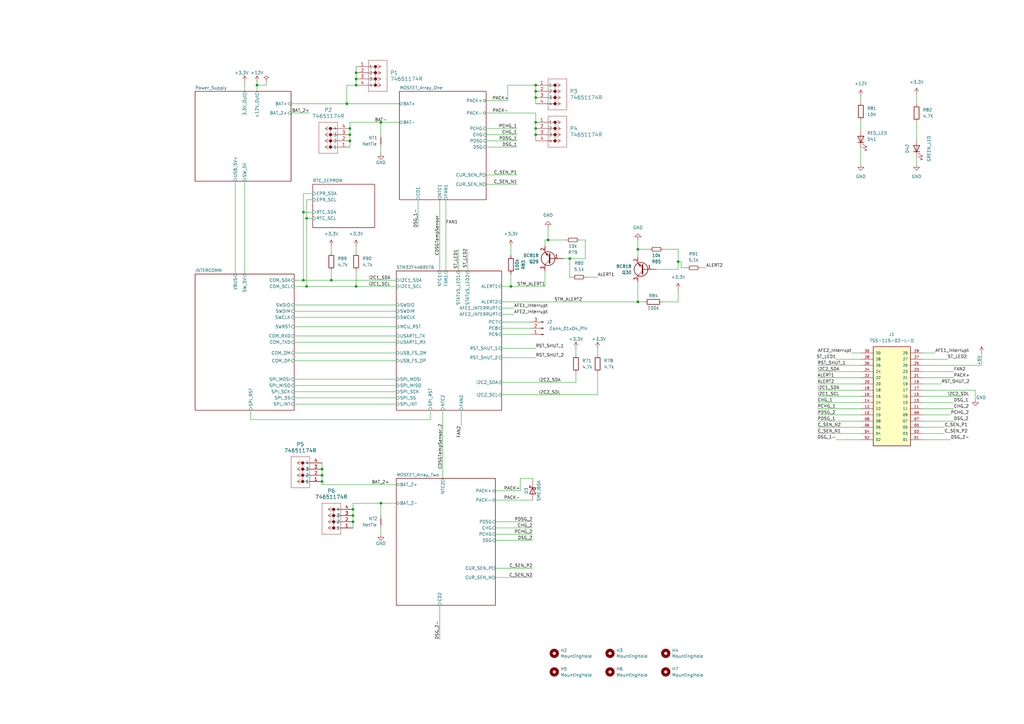
<source format=kicad_sch>
(kicad_sch (version 20231120) (generator "eeschema") (generator_version "8.0")
  (paper "A3")
  (title_block (title "Smart Battery Management System for Mobile Robot") (date "2024-10-17") (rev "V 1.0") (comment 1 "Dual Pack Smart BMS System"))
  (lib_symbols
    (symbol "Connector:Conn_01x03_Pin" (pin_names (offset 1.016) hide)
      (property "Reference" "J" (at 0 5.08 0))
      (property "Value" "Conn_01x03_Pin" (at 0 -5.08 0))
      (symbol "Conn_01x03_Pin_1_1"
        (polyline (pts (xy 1.27 -2.54) (xy 0.8636 -2.54)) (stroke (width 0.1524)))
        (polyline (pts (xy 1.27 0) (xy 0.8636 0)) (stroke (width 0.1524)))
        (polyline (pts (xy 1.27 2.54) (xy 0.8636 2.54)) (stroke (width 0.1524)))
        (rectangle (start 0.8636 -2.413) (end 0 -2.667) (stroke (width 0.1524)) (fill (type outline)))
        (rectangle (start 0.8636 0.127) (end 0 -0.127) (stroke (width 0.1524)) (fill (type outline)))
        (rectangle (start 0.8636 2.667) (end 0 2.413) (stroke (width 0.1524)) (fill (type outline)))
        (pin passive line (at 5.08 2.54 180) (length 3.81) (name "Pin_1") (number "1"))
        (pin passive line (at 5.08 0 180) (length 3.81) (name "Pin_2") (number "2"))
        (pin passive line (at 5.08 -2.54 180) (length 3.81) (name "Pin_3") (number "3"))
      )
    )
    (symbol "Device:D_Schottky" (pin_numbers hide) (pin_names (offset 1.016) hide)
      (property "Reference" "D" (at 0 2.54 0))
      (property "Value" "D_Schottky" (at 0 -2.54 0))
      (symbol "D_Schottky_0_1"
        (polyline (pts (xy 1.27 0) (xy -1.27 0)))
        (polyline (pts (xy 1.27 1.27) (xy 1.27 -1.27) (xy -1.27 0) (xy 1.27 1.27)) (stroke (width 0.254)))
        (polyline (pts (xy -1.905 0.635) (xy -1.905 1.27) (xy -1.27 1.27) (xy -1.27 -1.27) (xy -0.635 -1.27) (xy -0.635 -0.635)) (stroke (width 0.254)))
      )
      (symbol "D_Schottky_1_1"
        (pin passive line (at -3.81 0 0) (length 2.54) (name "K") (number "1"))
        (pin passive line (at 3.81 0 180) (length 2.54) (name "A") (number "2"))
      )
    )
    (symbol "Device:LED" (pin_numbers hide) (pin_names (offset 1.016) hide)
      (property "Reference" "D" (at 0 2.54 0))
      (property "Value" "LED" (at 0 -2.54 0))
      (symbol "LED_0_1"
        (polyline (pts (xy -1.27 -1.27) (xy -1.27 1.27)) (stroke (width 0.254)))
        (polyline (pts (xy -1.27 0) (xy 1.27 0)))
        (polyline (pts (xy 1.27 -1.27) (xy 1.27 1.27) (xy -1.27 0) (xy 1.27 -1.27)) (stroke (width 0.254)))
        (polyline (pts (xy -3.048 -0.762) (xy -4.572 -2.286) (xy -3.81 -2.286) (xy -4.572 -2.286) (xy -4.572 -1.524)))
        (polyline (pts (xy -1.778 -0.762) (xy -3.302 -2.286) (xy -2.54 -2.286) (xy -3.302 -2.286) (xy -3.302 -1.524)))
      )
      (symbol "LED_1_1"
        (pin passive line (at -3.81 0 0) (length 2.54) (name "K") (number "1"))
        (pin passive line (at 3.81 0 180) (length 2.54) (name "A") (number "2"))
      )
    )
    (symbol "Device:NetTie_2" (pin_numbers hide) (pin_names (offset 0) hide) (in_bom no)
      (property "Reference" "NT" (at 0 1.27 0))
      (property "Value" "NetTie_2" (at 0 -1.27 0))
      (symbol "NetTie_2_0_1"
        (polyline (pts (xy -1.27 0) (xy 1.27 0)) (stroke (width 0.254)))
      )
      (symbol "NetTie_2_1_1"
        (pin passive line (at -2.54 0 0) (length 2.54) (name "1") (number "1"))
        (pin passive line (at 2.54 0 180) (length 2.54) (name "2") (number "2"))
      )
    )
    (symbol "Device:R" (pin_numbers hide) (pin_names (offset 0))
      (property "Reference" "R" (at 2.032 0 90))
      (property "Value" "R" (at 0 0 90))
      (symbol "R_0_1"
        (rectangle (start -1.016 -2.54) (end 1.016 2.54) (stroke (width 0.254)))
      )
      (symbol "R_1_1"
        (pin passive line (at 0 3.81 270) (length 1.27) (name "~") (number "1"))
        (pin passive line (at 0 -3.81 90) (length 1.27) (name "~") (number "2"))
      )
    )
    (symbol "Device:R_Small" (pin_numbers hide) (pin_names (offset 0.254) hide)
      (property "Reference" "R" (at 0.762 0.508 0))
      (property "Value" "R_Small" (at 0.762 -1.016 0))
      (symbol "R_Small_0_1"
        (rectangle (start -0.762 1.778) (end 0.762 -1.778) (stroke (width 0.2032)))
      )
      (symbol "R_Small_1_1"
        (pin passive line (at 0 2.54 270) (length 0.762) (name "~") (number "1"))
        (pin passive line (at 0 -2.54 90) (length 0.762) (name "~") (number "2"))
      )
    )
    (symbol "Mechanical:MountingHole" (pin_names (offset 1.016))
      (property "Reference" "H" (at 0 5.08 0))
      (property "Value" "MountingHole" (at 0 3.175 0))
      (symbol "MountingHole_0_1"
        (circle (center 0 0) (radius 1.27) (stroke (width 1.27)))
      )
    )
    (symbol "MountingHole_1" (pin_numbers hide) (pin_names (offset 1.016) hide)
      (property "Reference" "H" (at 0 5.08 0))
      (property "Value" "MountingHole" (at 0 3.175 0))
      (symbol "MountingHole_1_0_1"
        (circle (center 0 0) (radius 1.27) (stroke (width 1.27)))
      )
    )
    (symbol "Power_terminal:74651174R" (pin_names (offset 0.254))
      (property "Reference" "J" (at 8.89 6.35 0))
      (property "Value" "74651174R" (at 0 0 0))
      (symbol "74651174R_1_1"
        (polyline (pts (xy 5.08 -10.16) (xy 12.7 -10.16)) (stroke (width 0.127)))
        (polyline (pts (xy 5.08 2.54) (xy 5.08 -10.16)) (stroke (width 0.127)))
        (polyline (pts (xy 7.9375 -5.08) (xy 7.9375 -7.62)) (stroke (width 0.127)))
        (polyline (pts (xy 7.9375 -2.54) (xy 7.9375 -5.08)) (stroke (width 0.127)))
        (polyline (pts (xy 7.9375 0) (xy 7.9375 -2.54)) (stroke (width 0.127)))
        (polyline (pts (xy 10.16 -7.62) (xy 5.08 -7.62)) (stroke (width 0.127)))
        (polyline (pts (xy 10.16 -7.62) (xy 8.89 -8.4667)) (stroke (width 0.127)))
        (polyline (pts (xy 10.16 -7.62) (xy 8.89 -6.7733)) (stroke (width 0.127)))
        (polyline (pts (xy 10.16 -5.08) (xy 5.08 -5.08)) (stroke (width 0.127)))
        (polyline (pts (xy 10.16 -5.08) (xy 8.89 -5.9267)) (stroke (width 0.127)))
        (polyline (pts (xy 10.16 -5.08) (xy 8.89 -4.2333)) (stroke (width 0.127)))
        (polyline (pts (xy 10.16 -2.54) (xy 5.08 -2.54)) (stroke (width 0.127)))
        (polyline (pts (xy 10.16 -2.54) (xy 8.89 -3.3867)) (stroke (width 0.127)))
        (polyline (pts (xy 10.16 -2.54) (xy 8.89 -1.6933)) (stroke (width 0.127)))
        (polyline (pts (xy 10.16 0) (xy 5.08 0)) (stroke (width 0.127)))
        (polyline (pts (xy 10.16 0) (xy 8.89 -0.8467)) (stroke (width 0.127)))
        (polyline (pts (xy 10.16 0) (xy 8.89 0.8467)) (stroke (width 0.127)))
        (polyline (pts (xy 12.7 -10.16) (xy 12.7 2.54)) (stroke (width 0.127)))
        (polyline (pts (xy 12.7 2.54) (xy 5.08 2.54)) (stroke (width 0.127)))
        (circle (center 7.9375 -7.62) (radius 0.127) (stroke (width 0.508)))
        (circle (center 7.9375 -5.08) (radius 0.127) (stroke (width 0.508)))
        (circle (center 7.9375 -2.54) (radius 0.127) (stroke (width 0.508)))
        (circle (center 7.9375 0) (radius 0.127) (stroke (width 0.508)))
        (pin unspecified line (at 0 0 0) (length 5.08) (name "1") (number "1"))
        (pin unspecified line (at 0 -2.54 0) (length 5.08) (name "2") (number "2"))
        (pin unspecified line (at 0 -5.08 0) (length 5.08) (name "3") (number "3"))
        (pin unspecified line (at 0 -7.62 0) (length 5.08) (name "4") (number "4"))
      )
      (symbol "74651174R_1_2"
        (polyline (pts (xy 5.08 -10.16) (xy 12.7 -10.16)) (stroke (width 0.127)))
        (polyline (pts (xy 5.08 2.54) (xy 5.08 -10.16)) (stroke (width 0.127)))
        (polyline (pts (xy 6.6675 -5.08) (xy 6.6675 -7.62)) (stroke (width 0.127)))
        (polyline (pts (xy 6.6675 -2.54) (xy 6.6675 -5.08)) (stroke (width 0.127)))
        (polyline (pts (xy 6.6675 0) (xy 6.6675 -2.54)) (stroke (width 0.127)))
        (polyline (pts (xy 7.62 -7.62) (xy 5.08 -7.62)) (stroke (width 0.127)))
        (polyline (pts (xy 7.62 -7.62) (xy 8.89 -8.4667)) (stroke (width 0.127)))
        (polyline (pts (xy 7.62 -7.62) (xy 8.89 -6.7733)) (stroke (width 0.127)))
        (polyline (pts (xy 7.62 -5.08) (xy 5.08 -5.08)) (stroke (width 0.127)))
        (polyline (pts (xy 7.62 -5.08) (xy 8.89 -5.9267)) (stroke (width 0.127)))
        (polyline (pts (xy 7.62 -5.08) (xy 8.89 -4.2333)) (stroke (width 0.127)))
        (polyline (pts (xy 7.62 -2.54) (xy 5.08 -2.54)) (stroke (width 0.127)))
        (polyline (pts (xy 7.62 -2.54) (xy 8.89 -3.3867)) (stroke (width 0.127)))
        (polyline (pts (xy 7.62 -2.54) (xy 8.89 -1.6933)) (stroke (width 0.127)))
        (polyline (pts (xy 7.62 0) (xy 5.08 0)) (stroke (width 0.127)))
        (polyline (pts (xy 7.62 0) (xy 8.89 -0.8467)) (stroke (width 0.127)))
        (polyline (pts (xy 7.62 0) (xy 8.89 0.8467)) (stroke (width 0.127)))
        (polyline (pts (xy 12.7 -10.16) (xy 12.7 2.54)) (stroke (width 0.127)))
        (polyline (pts (xy 12.7 2.54) (xy 5.08 2.54)) (stroke (width 0.127)))
        (circle (center 6.6675 -7.62) (radius 0.127) (stroke (width 0.508)))
        (circle (center 6.6675 -5.08) (radius 0.127) (stroke (width 0.508)))
        (circle (center 6.6675 -2.54) (radius 0.127) (stroke (width 0.508)))
        (circle (center 6.6675 0) (radius 0.127) (stroke (width 0.508)))
        (pin unspecified line (at 0 0 0) (length 5.08) (name "1") (number "1"))
        (pin unspecified line (at 0 -2.54 0) (length 5.08) (name "2") (number "2"))
        (pin unspecified line (at 0 -5.08 0) (length 5.08) (name "3") (number "3"))
        (pin unspecified line (at 0 -7.62 0) (length 5.08) (name "4") (number "4"))
      )
    )
    (symbol "TSS-115-02-L-D:TSS-115-02-L-D" (pin_names (offset 1.016))
      (property "Reference" "J" (at -8.12 20.32 0))
      (property "Value" "TSS-115-02-L-D" (at -7.62 -22.86 0))
      (symbol "TSS-115-02-L-D_0_0"
        (rectangle (start -7.62 -20.32) (end 7.62 20.32) (stroke (width 0.254)) (fill (type background)))
        (pin passive line (at -12.7 17.78 0) (length 5.08) (name "01") (number "01"))
        (pin passive line (at 12.7 17.78 180) (length 5.08) (name "02") (number "02"))
        (pin passive line (at -12.7 15.24 0) (length 5.08) (name "03") (number "03"))
        (pin passive line (at 12.7 15.24 180) (length 5.08) (name "04") (number "04"))
        (pin passive line (at -12.7 12.7 0) (length 5.08) (name "05") (number "05"))
        (pin passive line (at 12.7 12.7 180) (length 5.08) (name "06") (number "06"))
        (pin passive line (at -12.7 10.16 0) (length 5.08) (name "07") (number "07"))
        (pin passive line (at 12.7 10.16 180) (length 5.08) (name "08") (number "08"))
        (pin passive line (at -12.7 7.62 0) (length 5.08) (name "09") (number "09"))
        (pin passive line (at 12.7 7.62 180) (length 5.08) (name "10") (number "10"))
        (pin passive line (at -12.7 5.08 0) (length 5.08) (name "11") (number "11"))
        (pin passive line (at 12.7 5.08 180) (length 5.08) (name "12") (number "12"))
        (pin passive line (at -12.7 2.54 0) (length 5.08) (name "13") (number "13"))
        (pin passive line (at 12.7 2.54 180) (length 5.08) (name "14") (number "14"))
        (pin passive line (at -12.7 0 0) (length 5.08) (name "15") (number "15"))
        (pin passive line (at 12.7 0 180) (length 5.08) (name "16") (number "16"))
        (pin passive line (at -12.7 -2.54 0) (length 5.08) (name "17") (number "17"))
        (pin passive line (at 12.7 -2.54 180) (length 5.08) (name "18") (number "18"))
        (pin passive line (at -12.7 -5.08 0) (length 5.08) (name "19") (number "19"))
        (pin passive line (at 12.7 -5.08 180) (length 5.08) (name "20") (number "20"))
        (pin passive line (at -12.7 -7.62 0) (length 5.08) (name "21") (number "21"))
        (pin passive line (at 12.7 -7.62 180) (length 5.08) (name "22") (number "22"))
        (pin passive line (at -12.7 -10.16 0) (length 5.08) (name "23") (number "23"))
        (pin passive line (at 12.7 -10.16 180) (length 5.08) (name "24") (number "24"))
        (pin passive line (at -12.7 -12.7 0) (length 5.08) (name "25") (number "25"))
        (pin passive line (at 12.7 -12.7 180) (length 5.08) (name "26") (number "26"))
        (pin passive line (at -12.7 -15.24 0) (length 5.08) (name "27") (number "27"))
        (pin passive line (at 12.7 -15.24 180) (length 5.08) (name "28") (number "28"))
        (pin passive line (at -12.7 -17.78 0) (length 5.08) (name "29") (number "29"))
        (pin passive line (at 12.7 -17.78 180) (length 5.08) (name "30") (number "30"))
      )
    )
    (symbol "Transistor_BJT:BC818" (pin_names (offset 0) hide)
      (property "Reference" "Q" (at 5.08 1.905 0))
      (property "Value" "BC818" (at 5.08 0 0))
      (symbol "BC818_0_1"
        (polyline (pts (xy 0.635 0.635) (xy 2.54 2.54)))
        (polyline (pts (xy 0.635 -0.635) (xy 2.54 -2.54) (xy 2.54 -2.54)))
        (polyline (pts (xy 0.635 1.905) (xy 0.635 -1.905) (xy 0.635 -1.905)) (stroke (width 0.508)))
        (polyline (pts (xy 1.27 -1.778) (xy 1.778 -1.27) (xy 2.286 -2.286) (xy 1.27 -1.778) (xy 1.27 -1.778)) (fill (type outline)))
        (circle (center 1.27 0) (radius 2.8194) (stroke (width 0.254)))
      )
      (symbol "BC818_1_1"
        (pin input line (at -5.08 0 0) (length 5.715) (name "B") (number "1"))
        (pin passive line (at 2.54 -5.08 90) (length 2.54) (name "E") (number "2"))
        (pin passive line (at 2.54 5.08 270) (length 2.54) (name "C") (number "3"))
      )
    )
    (symbol "power:+12V" (power) (pin_names (offset 0))
      (property "Value" "+12V" (at 0 3.556 0))
      (symbol "+12V_0_1"
        (polyline (pts (xy -0.762 1.27) (xy 0 2.54)))
        (polyline (pts (xy 0 0) (xy 0 2.54)))
        (polyline (pts (xy 0 2.54) (xy 0.762 1.27)))
      )
      (symbol "+12V_1_1"
        (pin power_in line (at 0 0 90) (length 0) hide (name "+12V") (number "1"))
      )
    )
    (symbol "power:+3.3V" (power) (pin_names (offset 0))
      (property "Value" "+3.3V" (at 0 3.556 0))
      (symbol "+3.3V_0_1"
        (polyline (pts (xy -0.762 1.27) (xy 0 2.54)))
        (polyline (pts (xy 0 0) (xy 0 2.54)))
        (polyline (pts (xy 0 2.54) (xy 0.762 1.27)))
      )
      (symbol "+3.3V_1_1"
        (pin power_in line (at 0 0 90) (length 0) hide (name "+3.3V") (number "1"))
      )
    )
    (symbol "power:GND" (power) (pin_names (offset 0))
      (property "Value" "GND" (at 0 -3.81 0))
      (symbol "GND_0_1"
        (polyline (pts (xy 0 0) (xy 0 -1.27) (xy 1.27 -1.27) (xy 0 -2.54) (xy -1.27 -1.27) (xy 0 -1.27)))
      )
      (symbol "GND_1_1"
        (pin power_in line (at 0 0 270) (length 0) hide (name "GND") (number "1"))
      )
    )
    (symbol "power:PWR_FLAG" (power) (pin_numbers hide) (pin_names (offset 0) hide)
      (property "Value" "PWR_FLAG" (at 0 3.81 0))
      (symbol "PWR_FLAG_0_0"
        (pin power_out line (at 0 0 90) (length 0) (name "pwr") (number "1"))
      )
      (symbol "PWR_FLAG_0_1"
        (polyline (pts (xy 0 0) (xy 0 1.27) (xy -1.016 1.905) (xy 0 2.54) (xy 1.016 1.905) (xy 0 1.27)))
      )
    )
  )
  (junction (at 156.21 206.375))
  (junction (at 135.89 114.935))
  (junction (at 224.79 98.425))
  (junction (at 261.62 102.235))
  (junction (at 143.51 57.785))
  (junction (at 125.73 117.475))
  (junction (at 142.24 42.545))
  (junction (at 105.41 34.925))
  (junction (at 219.71 55.245))
  (junction (at 219.71 50.165))
  (junction (at 219.71 40.005))
  (junction (at 144.78 208.915))
  (junction (at 125.73 89.535))
  (junction (at 156.21 50.165))
  (junction (at 146.05 32.385))
  (junction (at 233.68 106.045))
  (junction (at 144.78 213.995))
  (junction (at 278.13 107.315))
  (junction (at 132.08 194.945))
  (junction (at 146.05 34.925))
  (junction (at 219.71 52.705))
  (junction (at 124.46 114.935))
  (junction (at 144.78 211.455))
  (junction (at 261.62 123.825))
  (junction (at 132.08 192.405))
  (junction (at 209.55 117.475))
  (junction (at 219.71 37.465))
  (junction (at 143.51 52.705))
  (junction (at 146.05 117.475))
  (junction (at 132.08 197.485))
  (junction (at 143.51 55.245))
  (junction (at 124.46 86.995))
  (junction (at 146.05 29.845))
  (junction (at 219.71 34.925))
  (wire (pts (xy 335.28 165.1) (xy 353.06 165.1)))
  (wire (pts (xy 187.96 102.235) (xy 187.96 111.125)))
  (wire (pts (xy 109.22 34.925) (xy 105.41 34.925)))
  (wire (pts (xy 205.74 128.905) (xy 210.82 128.905)))
  (wire (pts (xy 146.05 27.305) (xy 146.05 29.845)))
  (wire (pts (xy 209.55 100.965) (xy 209.55 104.775)))
  (wire (pts (xy 144.78 206.375) (xy 156.21 206.375)))
  (wire (pts (xy 102.87 172.085) (xy 176.53 172.085)))
  (wire (pts (xy 156.21 206.375) (xy 162.56 206.375)))
  (wire (pts (xy 199.39 60.325) (xy 212.09 60.325)))
  (wire (pts (xy 171.45 81.915) (xy 171.45 93.345)))
  (wire (pts (xy 176.53 172.085) (xy 176.53 168.275)))
  (wire (pts (xy 402.59 144.78) (xy 402.59 149.86)))
  (wire (pts (xy 144.78 206.375) (xy 144.78 208.915)))
  (wire (pts (xy 156.21 50.165) (xy 156.21 55.245)))
  (wire (pts (xy 224.79 98.425) (xy 223.52 98.425)))
  (wire (pts (xy 335.28 149.86) (xy 353.06 149.86)))
  (wire (pts (xy 132.08 192.405) (xy 132.08 194.945)))
  (wire (pts (xy 120.65 130.175) (xy 162.56 130.175)))
  (wire (pts (xy 205.74 146.685) (xy 219.71 146.685)))
  (wire (pts (xy 120.65 163.195) (xy 162.56 163.195)))
  (wire (pts (xy 191.77 102.235) (xy 191.77 111.125)))
  (wire (pts (xy 389.89 180.34) (xy 378.46 180.34)))
  (wire (pts (xy 156.21 206.375) (xy 156.21 211.455)))
  (wire (pts (xy 378.46 172.72) (xy 391.16 172.72)))
  (wire (pts (xy 223.52 117.475) (xy 223.52 111.125)))
  (wire (pts (xy 203.2 221.615) (xy 218.44 221.615)))
  (wire (pts (xy 213.36 196.215) (xy 213.36 201.295)))
  (wire (pts (xy 378.46 152.4) (xy 391.16 152.4)))
  (wire (pts (xy 100.33 74.295) (xy 100.33 112.395)))
  (wire (pts (xy 236.22 153.035) (xy 236.22 156.845)))
  (wire (pts (xy 278.13 102.235) (xy 278.13 107.315)))
  (wire (pts (xy 378.46 170.18) (xy 389.89 170.18)))
  (wire (pts (xy 199.39 75.565) (xy 212.09 75.565)))
  (wire (pts (xy 245.11 113.665) (xy 240.03 113.665)))
  (wire (pts (xy 223.52 98.425) (xy 223.52 100.965)))
  (wire (pts (xy 245.11 142.875) (xy 245.11 145.415)))
  (wire (pts (xy 146.05 117.475) (xy 162.56 117.475)))
  (wire (pts (xy 353.06 49.53) (xy 353.06 53.34)))
  (wire (pts (xy 231.14 106.045) (xy 233.68 106.045)))
  (wire (pts (xy 378.46 165.1) (xy 391.16 165.1)))
  (wire (pts (xy 143.51 50.165) (xy 143.51 52.705)))
  (wire (pts (xy 335.28 160.02) (xy 353.06 160.02)))
  (wire (pts (xy 124.46 114.935) (xy 135.89 114.935)))
  (wire (pts (xy 146.05 100.965) (xy 146.05 103.505)))
  (wire (pts (xy 119.38 42.545) (xy 142.24 42.545)))
  (wire (pts (xy 203.2 201.295) (xy 213.36 201.295)))
  (wire (pts (xy 289.56 109.855) (xy 287.02 109.855)))
  (wire (pts (xy 383.54 144.78) (xy 378.46 144.78)))
  (wire (pts (xy 335.28 152.4) (xy 353.06 152.4)))
  (wire (pts (xy 209.55 117.475) (xy 223.52 117.475)))
  (wire (pts (xy 181.61 168.275) (xy 181.61 196.215)))
  (wire (pts (xy 378.46 157.48) (xy 386.08 157.48)))
  (wire (pts (xy 400.05 160.02) (xy 378.46 160.02)))
  (wire (pts (xy 120.65 114.935) (xy 124.46 114.935)))
  (wire (pts (xy 375.92 38.735) (xy 375.92 42.545)))
  (wire (pts (xy 135.89 100.965) (xy 135.89 103.505)))
  (wire (pts (xy 199.39 57.785) (xy 212.09 57.785)))
  (wire (pts (xy 279.4 109.855) (xy 279.4 107.315)))
  (wire (pts (xy 189.23 168.275) (xy 189.23 174.625)))
  (wire (pts (xy 208.28 34.925) (xy 219.71 34.925)))
  (wire (pts (xy 120.65 127.635) (xy 162.56 127.635)))
  (wire (pts (xy 335.28 157.48) (xy 353.06 157.48)))
  (wire (pts (xy 281.94 109.855) (xy 279.4 109.855)))
  (wire (pts (xy 199.39 41.275) (xy 208.28 41.275)))
  (wire (pts (xy 205.74 161.925) (xy 245.11 161.925)))
  (wire (pts (xy 205.74 142.875) (xy 219.71 142.875)))
  (wire (pts (xy 261.62 105.41) (xy 261.62 102.235)))
  (wire (pts (xy 203.2 233.045) (xy 218.44 233.045)))
  (wire (pts (xy 240.03 98.425) (xy 237.49 98.425)))
  (wire (pts (xy 236.22 142.875) (xy 236.22 145.415)))
  (wire (pts (xy 100.33 33.655) (xy 100.33 37.465)))
  (wire (pts (xy 209.55 112.395) (xy 209.55 117.475)))
  (wire (pts (xy 128.27 89.535) (xy 125.73 89.535)))
  (wire (pts (xy 335.28 175.26) (xy 353.06 175.26)))
  (wire (pts (xy 266.7 102.235) (xy 261.62 102.235)))
  (wire (pts (xy 120.65 140.335) (xy 162.56 140.335)))
  (wire (pts (xy 342.9 147.32) (xy 353.06 147.32)))
  (wire (pts (xy 335.28 172.72) (xy 353.06 172.72)))
  (wire (pts (xy 264.16 123.825) (xy 261.62 123.825)))
  (wire (pts (xy 144.78 208.915) (xy 144.78 211.455)))
  (wire (pts (xy 143.51 52.705) (xy 143.51 55.245)))
  (wire (pts (xy 335.28 154.94) (xy 353.06 154.94)))
  (wire (pts (xy 234.95 113.665) (xy 233.68 113.665)))
  (wire (pts (xy 156.21 216.535) (xy 156.21 219.075)))
  (wire (pts (xy 180.34 248.285) (xy 180.34 262.255)))
  (wire (pts (xy 261.62 115.57) (xy 261.62 123.825)))
  (wire (pts (xy 135.89 111.125) (xy 135.89 114.935)))
  (wire (pts (xy 109.22 33.655) (xy 109.22 34.925)))
  (wire (pts (xy 218.44 197.485) (xy 218.44 196.215)))
  (wire (pts (xy 120.65 158.115) (xy 162.56 158.115)))
  (wire (pts (xy 120.65 155.575) (xy 162.56 155.575)))
  (wire (pts (xy 135.89 114.935) (xy 162.56 114.935)))
  (wire (pts (xy 128.27 86.995) (xy 124.46 86.995)))
  (wire (pts (xy 219.71 55.245) (xy 219.71 57.785)))
  (wire (pts (xy 335.28 167.64) (xy 353.06 167.64)))
  (wire (pts (xy 279.4 107.315) (xy 278.13 107.315)))
  (wire (pts (xy 120.65 144.78) (xy 162.56 144.78)))
  (wire (pts (xy 125.73 81.915) (xy 128.27 81.915)))
  (wire (pts (xy 180.34 81.915) (xy 180.34 111.125)))
  (wire (pts (xy 271.78 102.235) (xy 278.13 102.235)))
  (wire (pts (xy 219.71 40.005) (xy 219.71 42.545)))
  (wire (pts (xy 400.05 163.83) (xy 400.05 160.02)))
  (wire (pts (xy 120.65 133.985) (xy 162.56 133.985)))
  (wire (pts (xy 120.65 147.955) (xy 162.56 147.955)))
  (wire (pts (xy 96.52 74.295) (xy 96.52 112.395)))
  (wire (pts (xy 199.39 46.355) (xy 219.71 46.355)))
  (wire (pts (xy 278.13 123.825) (xy 278.13 118.745)))
  (wire (pts (xy 219.71 52.705) (xy 219.71 55.245)))
  (wire (pts (xy 203.2 205.105) (xy 218.44 205.105)))
  (wire (pts (xy 142.24 34.925) (xy 146.05 34.925)))
  (wire (pts (xy 205.74 117.475) (xy 209.55 117.475)))
  (wire (pts (xy 132.08 198.755) (xy 132.08 197.485)))
  (wire (pts (xy 219.71 50.165) (xy 219.71 52.705)))
  (wire (pts (xy 217.805 137.16) (xy 205.74 137.16)))
  (wire (pts (xy 271.78 123.825) (xy 278.13 123.825)))
  (wire (pts (xy 146.05 32.385) (xy 146.05 34.925)))
  (wire (pts (xy 142.24 42.545) (xy 163.83 42.545)))
  (wire (pts (xy 375.92 64.77) (xy 375.92 67.31)))
  (wire (pts (xy 224.79 93.345) (xy 224.79 98.425)))
  (wire (pts (xy 132.08 198.755) (xy 162.56 198.755)))
  (wire (pts (xy 203.2 236.855) (xy 218.44 236.855)))
  (wire (pts (xy 378.46 167.64) (xy 391.16 167.64)))
  (wire (pts (xy 203.2 213.995) (xy 218.44 213.995)))
  (wire (pts (xy 120.65 137.795) (xy 162.56 137.795)))
  (wire (pts (xy 120.65 117.475) (xy 125.73 117.475)))
  (wire (pts (xy 342.9 180.34) (xy 353.06 180.34)))
  (wire (pts (xy 199.39 52.705) (xy 212.09 52.705)))
  (wire (pts (xy 199.39 71.755) (xy 212.09 71.755)))
  (wire (pts (xy 199.39 55.245) (xy 212.09 55.245)))
  (wire (pts (xy 102.87 168.275) (xy 102.87 172.085)))
  (wire (pts (xy 124.46 86.995) (xy 124.46 114.935)))
  (wire (pts (xy 143.51 57.785) (xy 143.51 60.325)))
  (wire (pts (xy 388.62 147.32) (xy 378.46 147.32)))
  (wire (pts (xy 205.74 156.845) (xy 236.22 156.845)))
  (wire (pts (xy 335.28 162.56) (xy 353.06 162.56)))
  (wire (pts (xy 205.74 126.365) (xy 210.82 126.365)))
  (wire (pts (xy 208.28 34.925) (xy 208.28 41.275)))
  (wire (pts (xy 335.28 177.8) (xy 353.06 177.8)))
  (wire (pts (xy 132.08 194.945) (xy 132.08 197.485)))
  (wire (pts (xy 240.03 106.045) (xy 240.03 98.425)))
  (wire (pts (xy 402.59 149.86) (xy 378.46 149.86)))
  (wire (pts (xy 143.51 55.245) (xy 143.51 57.785)))
  (wire (pts (xy 353.06 60.96) (xy 353.06 67.31)))
  (wire (pts (xy 233.68 113.665) (xy 233.68 106.045)))
  (wire (pts (xy 219.71 37.465) (xy 219.71 34.925)))
  (wire (pts (xy 375.92 57.15) (xy 375.92 50.165)))
  (wire (pts (xy 233.68 106.045) (xy 240.03 106.045)))
  (wire (pts (xy 378.46 175.26) (xy 387.35 175.26)))
  (wire (pts (xy 261.62 102.235) (xy 261.62 98.425)))
  (wire (pts (xy 349.25 144.78) (xy 353.06 144.78)))
  (wire (pts (xy 245.11 153.035) (xy 245.11 161.925)))
  (wire (pts (xy 278.13 107.315) (xy 278.13 110.49)))
  (wire (pts (xy 105.41 33.655) (xy 105.41 34.925)))
  (wire (pts (xy 125.73 89.535) (xy 125.73 117.475)))
  (wire (pts (xy 218.44 196.215) (xy 213.36 196.215)))
  (wire (pts (xy 378.46 162.56) (xy 394.97 162.56)))
  (wire (pts (xy 124.46 79.375) (xy 128.27 79.375)))
  (wire (pts (xy 146.05 111.125) (xy 146.05 117.475)))
  (wire (pts (xy 378.46 154.94) (xy 391.16 154.94)))
  (wire (pts (xy 119.38 46.355) (xy 127 46.355)))
  (wire (pts (xy 156.21 50.165) (xy 163.83 50.165)))
  (wire (pts (xy 353.06 39.37) (xy 353.06 41.91)))
  (wire (pts (xy 120.65 125.095) (xy 162.56 125.095)))
  (wire (pts (xy 144.78 213.995) (xy 144.78 216.535)))
  (wire (pts (xy 182.88 81.915) (xy 182.88 111.125)))
  (wire (pts (xy 142.24 34.925) (xy 142.24 42.545)))
  (wire (pts (xy 219.71 46.355) (xy 219.71 50.165)))
  (wire (pts (xy 125.73 89.535) (xy 125.73 81.915)))
  (wire (pts (xy 132.08 189.865) (xy 132.08 192.405)))
  (wire (pts (xy 143.51 50.165) (xy 156.21 50.165)))
  (wire (pts (xy 217.805 134.62) (xy 205.74 134.62)))
  (wire (pts (xy 232.41 98.425) (xy 224.79 98.425)))
  (wire (pts (xy 120.65 165.735) (xy 162.56 165.735)))
  (wire (pts (xy 144.78 211.455) (xy 144.78 213.995)))
  (wire (pts (xy 105.41 34.925) (xy 105.41 37.465)))
  (wire (pts (xy 124.46 86.995) (xy 124.46 79.375)))
  (wire (pts (xy 387.35 177.8) (xy 378.46 177.8)))
  (wire (pts (xy 156.21 60.325) (xy 156.21 62.865)))
  (wire (pts (xy 146.05 29.845) (xy 146.05 32.385)))
  (wire (pts (xy 205.74 123.825) (xy 261.62 123.825)))
  (wire (pts (xy 278.13 110.49) (xy 269.24 110.49)))
  (wire (pts (xy 203.2 216.535) (xy 218.44 216.535)))
  (wire (pts (xy 335.28 170.18) (xy 353.06 170.18)))
  (wire (pts (xy 120.65 160.655) (xy 162.56 160.655)))
  (wire (pts (xy 205.74 132.08) (xy 217.805 132.08)))
  (wire (pts (xy 203.2 219.075) (xy 218.44 219.075)))
  (wire (pts (xy 125.73 117.475) (xy 146.05 117.475)))
  (wire (pts (xy 219.71 37.465) (xy 219.71 40.005)))
  (label "C_SEN_N1" (at 335.28 177.8 0))
  (label "STM_ALERT1" (at 212.09 117.475 0))
  (label "I2C1_SCL" (at 151.13 117.475 0))
  (label "C_SEN_P1" (at 387.35 175.26 0))
  (label "BAT-" (at 153.67 50.165 0))
  (label "PCHG_2" (at 218.44 219.075 180))
  (label "PCHG_1" (at 335.28 167.64 0))
  (label "CDSGTempSensor_2" (at 181.61 192.405 90))
  (label "DSG_1" (at 391.16 165.1 0))
  (label "I2C1_SDA" (at 151.13 114.935 0))
  (label "BAT_2+" (at 127 46.355 180))
  (label "PCHG_1" (at 212.09 52.705 180))
  (label "AFE1_Interrupt" (at 383.54 144.78 0))
  (label "I2C2_SDL" (at 388.62 162.56 0))
  (label "DSG_2" (at 218.44 221.615 180))
  (label "ALERT1" (at 245.11 113.665 0))
  (label "PACK+" (at 391.16 154.94 0))
  (label "PCHG_2" (at 389.89 170.18 0))
  (label "ALERT1" (at 335.28 154.94 0))
  (label "I2C2_SDA" (at 220.98 156.845 0))
  (label "C_SEN_N1" (at 212.09 75.565 180))
  (label "DSG_2-" (at 180.34 262.255 90))
  (label "ST_LED2" (at 388.62 147.32 0))
  (label "PACK+" (at 201.93 41.275 0))
  (label "RST_SHUT_1" (at 219.71 142.875 0))
  (label "ALERT2" (at 335.28 157.48 0))
  (label "CHG_2" (at 218.44 216.535 180))
  (label "CHG_2" (at 391.16 167.64 0))
  (label "I2C2_SDA" (at 335.28 152.4 0))
  (label "PACK-" (at 213.36 205.105 180))
  (label "PDSG_1" (at 335.28 172.72 0))
  (label "I2C1_SCL" (at 335.28 162.56 0))
  (label "FAN2" (at 391.16 152.4 0))
  (label "BAT_2+" (at 152.4 198.755 0))
  (label "AFE1_Interrupt" (at 210.82 126.365 0))
  (label "ST_LED1" (at 342.9 147.32 180))
  (label "DSG_2" (at 391.16 172.72 0))
  (label "PDSG_2" (at 335.28 170.18 0))
  (label "DSG_1-" (at 171.45 93.345 90))
  (label "DSG_1" (at 212.09 60.325 180))
  (label "C_SEN_P2" (at 218.44 233.045 180))
  (label "PDSG_1" (at 212.09 57.785 180))
  (label "C_SEN_N2" (at 218.44 236.855 180))
  (label "PDSG_2" (at 218.44 213.995 180))
  (label "DSG_2-" (at 389.89 180.34 0))
  (label "FAN2" (at 189.23 174.625 270))
  (label "AFE2_Interrupt" (at 210.82 128.905 0))
  (label "C_SEN_N2" (at 335.28 175.26 0))
  (label "CHG_1" (at 212.09 55.245 180))
  (label "FAN1" (at 182.88 92.075 0))
  (label "I2C2_SDL" (at 220.98 161.925 0))
  (label "RST_SHUT_2" (at 219.71 146.685 0))
  (label "RST_SHUT_1" (at 335.28 149.86 0))
  (label "ST_LED1" (at 187.96 102.235 270))
  (label "C_SEN_P2" (at 387.35 177.8 0))
  (label "CHG_1" (at 335.28 165.1 0))
  (label "AFE2_Interrupt" (at 349.25 144.78 180))
  (label "CDSGTempSensor" (at 180.34 88.265 270))
  (label "I2C1_SDA" (at 335.28 160.02 0))
  (label "STM_ALERT2" (at 227.33 123.825 0))
  (label "PACK-" (at 201.93 46.355 0))
  (label "RST_SHUT_2" (at 386.08 157.48 0))
  (label "ST_LED2" (at 191.77 109.855 90))
  (label "C_SEN_P1" (at 212.09 71.755 180))
  (label "ALERT2" (at 289.56 109.855 0))
  (label "PACK+" (at 213.36 201.295 180))
  (label "DSG_1-" (at 342.9 180.34 180))
  (symbol (lib_id "power:GND") (at 224.79 93.345 180) (unit 1)
    (property "Reference" "#PWR056" (effects (hide yes)))
    (property "Value" "GND" (at 224.79 88.265 0))
  )
  (symbol (lib_id "Power_terminal:74651174R") (at 219.71 50.165 0) (unit 1)
    (property "Reference" "P4" (at 233.68 52.7049 0) (effects (font (size 1.524 1.524)) (justify left)))
    (property "Value" "74651174R" (at 233.68 55.2449 0) (effects (font (size 1.524 1.524)) (justify left)))
    (property "Footprint" "Power_terminal:CONN4_74651174R_WRE" (effects (hide yes)))
    (property "Datasheet" "74651174R" (effects (hide yes)))
  )
  (symbol (lib_id "Device:R_Small") (at 284.48 109.855 270) (unit 1)
    (property "Reference" "R91" (at 284.48 104.14 90))
    (property "Value" "5.1k" (at 284.48 106.68 90))
    (property "Footprint" "Resistor_SMD:R_1210_3225Metric_Pad1.30x2.65mm_HandSolder" (effects (hide yes)))
    (property "Purchase URL" "https://www.digikey.com/en/products/detail/koa-speer-electronics-inc/RK73B2ATTD102J/10236529" (effects (hide yes)))
  )
  (symbol (lib_id "Power_terminal:74651174R") (at 144.78 216.535 180) (unit 1)
    (property "Reference" "P6" (at 135.89 201.295 0) (effects (font (size 1.524 1.524))))
    (property "Value" "74651174R" (at 135.89 203.835 0) (effects (font (size 1.524 1.524))))
    (property "Footprint" "Power_terminal:CONN4_74651174R_WRE" (effects (hide yes)))
    (property "Datasheet" "74651174R" (effects (hide yes)))
  )
  (symbol (lib_id "power:GND") (at 375.92 67.31 0) (unit 1)
    (property "Reference" "#PWR059" (effects (hide yes)))
    (property "Value" "GND" (at 375.92 72.39 0))
  )
  (symbol (lib_id "power:GND") (at 261.62 98.425 180) (unit 1)
    (property "Reference" "#PWR060" (effects (hide yes)))
    (property "Value" "GND" (at 261.62 93.345 0))
  )
  (symbol (lib_id "power:PWR_FLAG") (at 109.22 33.655 0) (unit 1)
    (property "Reference" "#FLG06" (effects (hide yes)))
    (property "Value" "PWR_FLAG" (effects (hide yes)))
  )
  (symbol (lib_id "power:+3.3V") (at 278.13 118.745 0) (unit 1)
    (property "Reference" "#PWR055" (effects (hide yes)))
    (property "Value" "+3.3V" (at 278.13 113.665 0))
  )
  (symbol (lib_id "power:+12V") (at 105.41 33.655 0) (unit 1)
    (property "Reference" "#PWR026" (effects (hide yes)))
    (property "Value" "+12V" (at 105.41 29.845 0))
  )
  (symbol (lib_id "Device:R_Small") (at 234.95 98.425 270) (unit 1)
    (property "Reference" "R79" (at 234.95 103.505 90))
    (property "Value" "10k" (at 234.95 100.965 90))
    (property "Footprint" "Resistor_SMD:R_1210_3225Metric_Pad1.30x2.65mm_HandSolder" (effects (hide yes)))
    (property "Purchase URL" "https://www.digikey.com/en/products/detail/stackpole-electronics-inc/RNCP0805FTD10K0/2240262" (effects (hide yes)))
  )
  (symbol (lib_id "Mechanical:MountingHole") (at 273.05 267.97 0) (unit 1)
    (property "Reference" "H4" (at 275.59 266.8016 0) (effects (justify left)))
    (property "Value" "MountingHole" (at 275.59 269.113 0) (effects (justify left)))
    (property "Footprint" "MountingHole:MountingHole_3.2mm_M3_Pad_TopBottom" (effects (hide yes)))
  )
  (symbol (lib_id "Connector:Conn_01x03_Pin") (at 222.885 134.62 180) (unit 1)
    (property "Reference" "J2" (at 224.155 132.08 0) (effects (justify right)))
    (property "Value" "Conn_01x04_Pin" (at 225.298 134.747 0) (effects (justify right)))
    (property "Footprint" "Connector_PinHeader_2.54mm:PinHeader_1x03_P2.54mm_Vertical" (effects (hide yes)))
  )
  (symbol (lib_id "Device:NetTie_2") (at 156.21 57.785 90) (mirror x) (unit 1)
    (property "Reference" "NT1" (at 151.13 56.515 90) (effects (justify right)))
    (property "Value" "NetTie" (at 148.59 59.055 90) (effects (justify right)))
    (property "Footprint" "NetTie:NetTie-2_SMD_Pad0.5mm" (effects (hide yes)))
  )
  (symbol (lib_id "Device:R") (at 135.89 107.315 0) (unit 1)
    (property "Reference" "R89" (at 138.43 106.045 0) (effects (justify left)))
    (property "Value" "4.7k" (at 138.43 108.585 0) (effects (justify left)))
    (property "Footprint" "Resistor_SMD:R_1210_3225Metric_Pad1.30x2.65mm_HandSolder" (effects (hide yes)))
    (property "Purchase URL" "https://www.digikey.com/en/products/detail/venatronics-llc/FPS05FT-4701/16909534" (effects (hide yes)))
  )
  (symbol (lib_id "Device:R_Small") (at 269.24 102.235 270) (unit 1)
    (property "Reference" "R85" (at 269.24 107.315 90))
    (property "Value" "10k" (at 269.24 104.775 90))
    (property "Footprint" "Resistor_SMD:R_1210_3225Metric_Pad1.30x2.65mm_HandSolder" (effects (hide yes)))
    (property "Purchase URL" "https://www.digikey.com/en/products/detail/stackpole-electronics-inc/RNCP0805FTD10K0/2240262" (effects (hide yes)))
  )
  (symbol (lib_id "power:+3.3V") (at 209.55 100.965 0) (unit 1)
    (property "Reference" "#PWR054" (effects (hide yes)))
    (property "Value" "+3.3V" (at 209.55 95.885 0))
  )
  (symbol (lib_id "Mechanical:MountingHole") (at 250.19 267.97 0) (unit 1)
    (property "Reference" "H3" (at 252.73 266.8016 0) (effects (justify left)))
    (property "Value" "MountingHole" (at 252.73 269.113 0) (effects (justify left)))
    (property "Footprint" "MountingHole:MountingHole_3.2mm_M3_Pad_TopBottom" (effects (hide yes)))
  )
  (symbol (lib_id "power:+3.3V") (at 245.11 142.875 0) (unit 1)
    (property "Reference" "#PWR041" (effects (hide yes)))
    (property "Value" "+3.3V" (at 245.618 139.065 0))
  )
  (symbol (lib_id "Transistor_BJT:BC818") (at 226.06 106.045 180) (unit 1)
    (property "Reference" "Q29" (at 220.98 107.3151 0) (effects (justify left)))
    (property "Value" "BC818" (at 220.98 104.7751 0) (effects (justify left)))
    (property "Footprint" "Package_TO_SOT_SMD:SOT-23_Handsoldering" (effects (hide yes)))
    (property "Datasheet" "https://www.onsemi.com/pub/Collateral/BC818-D.pdf" (effects (hide yes)))
    (property "Description" "0.8A Ic, 25V Vce, NPN Transistor, SOT-23" (effects (hide yes)))
  )
  (symbol (lib_id "Power_terminal:74651174R") (at 132.08 197.485 180) (unit 1)
    (property "Reference" "P5" (at 123.19 182.245 0) (effects (font (size 1.524 1.524))))
    (property "Value" "74651174R" (at 123.19 184.785 0) (effects (font (size 1.524 1.524))))
    (property "Footprint" "Power_terminal:CONN4_74651174R_WRE" (effects (hide yes)))
    (property "Datasheet" "74651174R" (effects (hide yes)))
  )
  (symbol (lib_id "Device:R") (at 146.05 107.315 0) (unit 1)
    (property "Reference" "R90" (at 148.59 106.045 0) (effects (justify left)))
    (property "Value" "4.7k" (at 148.59 108.585 0) (effects (justify left)))
    (property "Footprint" "Resistor_SMD:R_1210_3225Metric_Pad1.30x2.65mm_HandSolder" (effects (hide yes)))
    (property "Purchase URL" "https://www.digikey.com/en/products/detail/venatronics-llc/FPS05FT-4701/16909534" (effects (hide yes)))
  )
  (symbol (lib_id "Mechanical:MountingHole") (at 273.05 275.59 0) (unit 1)
    (property "Reference" "H7" (at 275.59 274.3199 0) (effects (justify left)))
    (property "Value" "MountingHole" (at 275.59 276.8599 0) (effects (justify left)))
    (property "Footprint" "MountingHole:MountingHole_3.2mm_M3_Pad_TopBottom" (effects (hide yes)))
  )
  (symbol (lib_id "power:+3.3V") (at 236.22 142.875 0) (unit 1)
    (property "Reference" "#PWR037" (effects (hide yes)))
    (property "Value" "+3.3V" (at 236.22 139.065 0))
  )
  (symbol (lib_id "power:GND") (at 156.21 219.075 0) (mirror y) (unit 1)
    (property "Reference" "#PWR011" (effects (hide yes)))
    (property "Value" "GND" (at 156.21 222.885 0))
  )
  (symbol (lib_id "power:GND") (at 400.05 163.83 0) (unit 1)
    (property "Reference" "#PWR036" (effects (hide yes)))
    (property "Value" "GND" (at 400.304 163.068 0) (effects (justify left)))
  )
  (symbol (lib_id "power:+12V") (at 353.06 39.37 0) (unit 1)
    (property "Reference" "#PWR033" (effects (hide yes)))
    (property "Value" "+12V" (at 353.06 34.29 0))
  )
  (symbol (lib_id "Device:LED") (at 375.92 60.96 90) (unit 1)
    (property "Reference" "D42" (at 372.11 60.96 0))
    (property "Value" "GREEN_LED" (at 381 60.96 0))
    (property "Footprint" "LED_SMD:LED_1210_3225Metric_Pad1.42x2.65mm_HandSolder" (effects (hide yes)))
  )
  (symbol (lib_id "Transistor_BJT:BC818") (at 264.16 110.49 180) (unit 1)
    (property "Reference" "Q30" (at 259.08 111.7601 0) (effects (justify left)))
    (property "Value" "BC818" (at 259.08 109.2201 0) (effects (justify left)))
    (property "Footprint" "Package_TO_SOT_SMD:SOT-23_Handsoldering" (effects (hide yes)))
    (property "Datasheet" "https://www.onsemi.com/pub/Collateral/BC818-D.pdf" (effects (hide yes)))
    (property "Description" "0.8A Ic, 25V Vce, NPN Transistor, SOT-23" (effects (hide yes)))
  )
  (symbol (lib_id "Device:LED") (at 353.06 57.15 90) (unit 1)
    (property "Reference" "D41" (at 355.6 57.15 90) (effects (justify right)))
    (property "Value" "RED_LED" (at 355.6 54.61 90) (effects (justify right)))
    (property "Footprint" "LED_SMD:LED_1210_3225Metric_Pad1.42x2.65mm_HandSolder" (effects (hide yes)))
  )
  (symbol (lib_id "Mechanical:MountingHole") (at 227.33 275.59 0) (unit 1)
    (property "Reference" "H5" (at 229.87 274.3199 0) (effects (justify left)))
    (property "Value" "MountingHole" (at 229.87 276.8599 0) (effects (justify left)))
    (property "Footprint" "MountingHole:MountingHole_3.2mm_M3_Pad_TopBottom" (effects (hide yes)))
  )
  (symbol (lib_id "Device:R") (at 353.06 45.72 0) (unit 1)
    (property "Reference" "R81" (at 355.6 44.45 0) (effects (justify left)))
    (property "Value" "10K" (at 355.6 46.99 0) (effects (justify left)))
    (property "Footprint" "Resistor_SMD:R_1210_3225Metric_Pad1.30x2.65mm_HandSolder" (effects (hide yes)))
    (property "Purchase URL" "https://www.digikey.com/en/products/detail/stackpole-electronics-inc/RNCP0805FTD10K0/2240262" (effects (hide yes)))
  )
  (symbol (lib_id "Device:R") (at 245.11 149.225 0) (unit 1)
    (property "Reference" "R78" (at 247.65 147.955 0) (effects (justify left)))
    (property "Value" "4.7k" (at 247.65 150.495 0) (effects (justify left)))
    (property "Footprint" "Resistor_SMD:R_1210_3225Metric_Pad1.30x2.65mm_HandSolder" (effects (hide yes)))
    (property "Purchase URL" "https://www.digikey.com/en/products/detail/venatronics-llc/FPS05FT-4701/16909534" (effects (hide yes)))
  )
  (symbol (lib_id "Device:R") (at 236.22 149.225 0) (unit 1)
    (property "Reference" "R71" (at 238.76 147.955 0) (effects (justify left)))
    (property "Value" "4.7k" (at 238.76 150.495 0) (effects (justify left)))
    (property "Footprint" "Resistor_SMD:R_1210_3225Metric_Pad1.30x2.65mm_HandSolder" (effects (hide yes)))
    (property "Purchase URL" "https://www.digikey.com/en/products/detail/venatronics-llc/FPS05FT-4701/16909534" (effects (hide yes)))
  )
  (symbol (lib_id "Device:R") (at 209.55 108.585 0) (unit 1)
    (property "Reference" "R83" (at 214.63 108.585 90))
    (property "Value" "100k" (at 212.09 108.585 90))
    (property "Footprint" "Resistor_SMD:R_1210_3225Metric_Pad1.30x2.65mm_HandSolder" (effects (hide yes)))
    (property "Purchase URL" "https://www.digikey.com/en/products/detail/stackpole-electronics-inc/RNCP0805FTD10K0/2240262" (effects (hide yes)))
  )
  (symbol (lib_id "power:+12V") (at 402.59 144.78 0) (unit 1)
    (property "Reference" "#PWR035" (effects (hide yes)))
    (property "Value" "+6V" (at 401.574 149.86 90) (effects (justify left)))
  )
  (symbol (lib_id "Power_terminal:74651174R") (at 143.51 60.325 180) (unit 1)
    (property "Reference" "P2" (at 134.62 45.085 0) (effects (font (size 1.524 1.524))))
    (property "Value" "74651174R" (at 134.62 47.625 0) (effects (font (size 1.524 1.524))))
    (property "Footprint" "Power_terminal:CONN4_74651174R_WRE" (effects (hide yes)))
    (property "Datasheet" "74651174R" (effects (hide yes)))
  )
  (symbol (lib_id "Device:R") (at 375.92 46.355 0) (unit 1)
    (property "Reference" "R82" (at 378.46 45.085 0) (effects (justify left)))
    (property "Value" "4.7K" (at 378.46 47.625 0) (effects (justify left)))
    (property "Footprint" "Resistor_SMD:R_1210_3225Metric_Pad1.30x2.65mm_HandSolder" (effects (hide yes)))
    (property "Purchase URL" "https://www.digikey.com/en/products/detail/venatronics-llc/FPS05FT-4701/16909534" (effects (hide yes)))
  )
  (symbol (lib_id "Device:D_Schottky") (at 218.44 201.295 90) (mirror x) (unit 1)
    (property "Reference" "D3" (at 215.9 201.295 0))
    (property "Value" "SMCJ60A" (at 220.98 201.295 0))
    (property "Footprint" "Diode_SMD:D_SMC_Handsoldering" (effects (hide yes)))
    (property "Manufacturer" "Bourns" (effects (hide yes)))
    (property "PartNumber" "SMCJ60A" (effects (hide yes)))
    (property "Remarks" "Alternative: Diodes Inc. SMCJ60A-13-F" (effects (hide yes)))
  )
  (symbol (lib_id "Power_terminal:74651174R") (at 146.05 27.305 0) (unit 1)
    (property "Reference" "P1" (at 160.02 29.8449 0) (effects (font (size 1.524 1.524)) (justify left)))
    (property "Value" "74651174R" (at 160.02 32.3849 0) (effects (font (size 1.524 1.524)) (justify left)))
    (property "Footprint" "Power_terminal:CONN4_74651174R_WRE" (effects (hide yes)))
    (property "Datasheet" "74651174R" (effects (hide yes)))
  )
  (symbol (lib_id "TSS-115-02-L-D:TSS-115-02-L-D") (at 365.76 162.56 180) (unit 1)
    (property "Reference" "J1" (at 365.76 137.16 0))
    (property "Value" "TSS-115-02-L-D" (at 365.76 139.7 0))
    (property "Footprint" "TSS-115-02-L-D:SAMTEC_TSS-115-02-L-D" (effects (hide yes)))
    (property "MF" "Samtec Inc." (effects (hide yes)))
    (property "Description_1" "\nConnector Header Through Hole 30 position 0.100 (2.54mm)\n" (effects (hide yes)))
    (property "Package" "None" (effects (hide yes)))
    (property "Price" "None" (effects (hide yes)))
    (property "Check_prices" "https://www.snapeda.com/parts/TSS-115-02-L-D/Samtec+Inc./view-part/?ref=eda" (effects (hide yes)))
    (property "STANDARD" "Manufacturer Recommendations" (effects (hide yes)))
    (property "PARTREV" "R" (effects (hide yes)))
    (property "SnapEDA_Link" "https://www.snapeda.com/parts/TSS-115-02-L-D/Samtec+Inc./view-part/?ref=snap" (effects (hide yes)))
    (property "MP" "TSS-115-02-L-D" (effects (hide yes)))
    (property "Purchase-URL" "https://www.snapeda.com/api/url_track_click_mouser/?unipart_id=930610&manufacturer=Samtec Inc.&part_name=TSS-115-02-L-D&search_term=sbh11-pbpc-d15-st-bk" (effects (hide yes)))
    (property "Availability" "In Stock" (effects (hide yes)))
    (property "MANUFACTURER" "Samtec Inc." (effects (hide yes)))
  )
  (symbol (lib_id "power:GND") (at 156.21 62.865 0) (mirror y) (unit 1)
    (property "Reference" "#PWR08" (effects (hide yes)))
    (property "Value" "GND" (at 156.21 66.675 0))
  )
  (symbol (lib_id "power:+3.3V") (at 100.33 33.655 0) (unit 1)
    (property "Reference" "#PWR027" (effects (hide yes)))
    (property "Value" "+3.3V" (at 99.06 29.845 0))
  )
  (symbol (lib_id "Device:R") (at 267.97 123.825 270) (unit 1)
    (property "Reference" "R84" (at 267.97 121.285 90))
    (property "Value" "100k" (at 267.97 126.365 90))
    (property "Footprint" "Resistor_SMD:R_1210_3225Metric_Pad1.30x2.65mm_HandSolder" (effects (hide yes)))
    (property "Purchase URL" "https://www.digikey.com/en/products/detail/stackpole-electronics-inc/RNCP0805FTD10K0/2240262" (effects (hide yes)))
  )
  (symbol (lib_id "power:+3.3V") (at 135.89 100.965 0) (unit 1)
    (property "Reference" "#PWR075" (effects (hide yes)))
    (property "Value" "+3.3V" (at 135.89 95.885 0))
  )
  (symbol (lib_id "power:+3.3V") (at 375.92 38.735 0) (unit 1)
    (property "Reference" "#PWR057" (effects (hide yes)))
    (property "Value" "+3.3V" (at 375.92 33.655 0))
  )
  (symbol (lib_id "Mechanical:MountingHole") (at 250.19 275.59 0) (unit 1)
    (property "Reference" "H6" (at 252.73 274.3199 0) (effects (justify left)))
    (property "Value" "MountingHole" (at 252.73 276.8599 0) (effects (justify left)))
    (property "Footprint" "MountingHole:MountingHole_3.2mm_M3_Pad_TopBottom" (effects (hide yes)))
  )
  (symbol (lib_id "power:+3.3V") (at 146.05 100.965 0) (unit 1)
    (property "Reference" "#PWR076" (effects (hide yes)))
    (property "Value" "+3.3V" (at 146.05 95.885 0))
  )
  (symbol (lib_id "Device:R_Small") (at 237.49 113.665 270) (unit 1)
    (property "Reference" "R80" (at 237.49 107.95 90))
    (property "Value" "5.1k" (at 237.49 110.49 90))
    (property "Footprint" "Resistor_SMD:R_1210_3225Metric_Pad1.30x2.65mm_HandSolder" (effects (hide yes)))
    (property "Purchase URL" "https://www.digikey.com/en/products/detail/koa-speer-electronics-inc/RK73B2ATTD102J/10236529" (effects (hide yes)))
  )
  (symbol (lib_id "Power_terminal:74651174R") (at 219.71 34.925 0) (unit 1)
    (property "Reference" "P3" (at 233.68 37.4649 0) (effects (font (size 1.524 1.524)) (justify left)))
    (property "Value" "74651174R" (at 233.68 40.0049 0) (effects (font (size 1.524 1.524)) (justify left)))
    (property "Footprint" "Power_terminal:CONN4_74651174R_WRE" (effects (hide yes)))
    (property "Datasheet" "74651174R" (effects (hide yes)))
  )
  (symbol (lib_name "MountingHole_1") (lib_id "Mechanical:MountingHole") (at 227.33 267.97 0) (unit 1)
    (property "Reference" "H2" (at 229.87 266.8016 0) (effects (justify left)))
    (property "Value" "MountingHole" (at 229.87 269.113 0) (effects (justify left)))
    (property "Footprint" "MountingHole:MountingHole_3.2mm_M3_Pad_TopBottom" (effects (hide yes)))
  )
  (symbol (lib_id "Device:NetTie_2") (at 156.21 213.995 90) (mirror x) (unit 1)
    (property "Reference" "NT2" (at 151.13 212.725 90) (effects (justify right)))
    (property "Value" "NetTie" (at 148.59 215.265 90) (effects (justify right)))
    (property "Footprint" "NetTie:NetTie-2_SMD_Pad0.5mm" (effects (hide yes)))
  )
  (symbol (lib_id "power:GND") (at 353.06 67.31 0) (unit 1)
    (property "Reference" "#PWR058" (effects (hide yes)))
    (property "Value" "GND" (at 353.06 72.39 0))
  )
  (sheet (at 80.01 112.395) (size 40.64 55.88) (stroke (width 0.1524))
    (property "Sheetname" "INTERCOMM" (at 80.01 111.6834 0) (effects (justify left bottom)))
    (property "Sheetfile" "INTERCOMM.kicad_sch" (effects (hide yes)))
    (pin "COM_SDA" input (at 120.65 114.935 0))
    (pin "VBUS" input (at 96.52 112.395 90))
    (pin "COM_SCL" input (at 120.65 117.475 0))
    (pin "COM_TXD" input (at 120.65 140.335 0))
    (pin "COM_RXD" input (at 120.65 137.795 0))
    (pin "SWCLK" input (at 120.65 130.175 0))
    (pin "SWDIO" input (at 120.65 125.095 0))
    (pin "SWDIM" input (at 120.65 127.635 0))
    (pin "SWRST" input (at 120.65 133.985 0))
    (pin "SW_5V" input (at 100.33 112.395 90))
    (pin "SPI_MISO" input (at 120.65 158.115 0))
    (pin "SPI_RST" input (at 102.87 168.275 270))
    (pin "SPI_INT" input (at 120.65 165.735 0))
    (pin "SPI_MOSI" input (at 120.65 155.575 0))
    (pin "SPI_SS" input (at 120.65 163.195 0))
    (pin "SPI_SCK" input (at 120.65 160.655 0))
    (pin "COM_DP" input (at 120.65 147.955 0))
    (pin "COM_DM" input (at 120.65 144.78 0))
  )
  (sheet (at 128.27 75.565) (size 25.4 17.78) (stroke (width 0.1524))
    (property "Sheetname" "RTC_EEPROM" (at 128.27 74.8534 0) (effects (justify left bottom)))
    (property "Sheetfile" "RTC_EEPROM.kicad_sch" (effects (hide yes)))
    (pin "RTC_SDA" input (at 128.27 86.995 180))
    (pin "RTC_SCL" input (at 128.27 89.535 180))
    (pin "EPR_SCL" input (at 128.27 81.915 180))
    (pin "EPR_SDA" input (at 128.27 79.375 180))
  )
  (sheet (at 162.56 196.215) (size 40.64 52.07) (stroke (width 0.1524))
    (property "Sheetname" "MOSFET_Array_Two" (at 162.56 195.5034 0) (effects (font (italic yes)) (justify left bottom)))
    (property "Sheetfile" "MOSFET_Array_Two.kicad_sch" (effects (hide yes)))
    (pin "DSG" input (at 203.2 221.615 0))
    (pin "CUR_SEN_P" output (at 203.2 233.045 0))
    (pin "PACK+" bidirectional (at 203.2 201.295 0))
    (pin "PACK-" bidirectional (at 203.2 205.105 0))
    (pin "BAT_2-" bidirectional (at 162.56 206.375 180))
    (pin "BAT_2+" bidirectional (at 162.56 198.755 180))
    (pin "CHG" input (at 203.2 216.535 0))
    (pin "CUR_SEN_N" output (at 203.2 236.855 0))
    (pin "PCHG" input (at 203.2 219.075 0))
    (pin "PDSG" input (at 203.2 213.995 0))
    (pin "CD2" input (at 180.34 248.285 270))
    (pin "NTC2" output (at 181.61 196.215 90))
  )
  (sheet (at 163.83 37.465) (size 35.56 44.45) (stroke (width 0.1524))
    (property "Sheetname" "MOSFET_Array_One" (at 163.83 36.7534 0) (effects (font (italic yes)) (justify left bottom)))
    (property "Sheetfile" "MOSFET_Array_One.kicad_sch" (effects (hide yes)))
    (pin "CUR_SEN_P" output (at 199.39 71.755 0))
    (pin "BAT-" bidirectional (at 163.83 50.165 180))
    (pin "CHG" input (at 199.39 55.245 0))
    (pin "PCHG" input (at 199.39 52.705 0))
    (pin "BAT+" bidirectional (at 163.83 42.545 180))
    (pin "PDSG" input (at 199.39 57.785 0))
    (pin "FAN1" input (at 182.88 81.915 270))
    (pin "NTC1" output (at 180.34 81.915 270))
    (pin "PACK-" bidirectional (at 199.39 46.355 0))
    (pin "PACK+" bidirectional (at 199.39 41.275 0))
    (pin "CUR_SEN_N" output (at 199.39 75.565 0))
    (pin "DSG" input (at 199.39 60.325 0))
    (pin "CD1" input (at 171.45 81.915 270))
  )
  (sheet (at 162.56 111.125) (size 43.18 57.15) (stroke (width 0.1524))
    (property "Sheetname" "STM32F446RET6" (at 162.56 110.4134 0) (effects (justify left bottom)))
    (property "Sheetfile" "STM32F446RET6.kicad_sch" (effects (hide yes)))
    (pin "MCU_RST" input (at 162.56 133.985 180))
    (pin "USART1_TX" input (at 162.56 137.795 180))
    (pin "I2C1_SDA" input (at 162.56 114.935 180))
    (pin "I2C1_SCL" input (at 162.56 117.475 180))
    (pin "USART1_RX" input (at 162.56 140.335 180))
    (pin "NTC1" input (at 180.34 111.125 90))
    (pin "FAN2" input (at 189.23 168.275 270))
    (pin "FAN1" input (at 182.88 111.125 90))
    (pin "ALERT1" input (at 205.74 117.475 0))
    (pin "ALERT2" input (at 205.74 123.825 0))
    (pin "SPI_RST" input (at 176.53 168.275 270))
    (pin "SPI_SS" input (at 162.56 163.195 180))
    (pin "SPI_INT" input (at 162.56 165.735 180))
    (pin "SWDIM" input (at 162.56 127.635 180))
    (pin "SWCLK" input (at 162.56 130.175 180))
    (pin "SWDIO" input (at 162.56 125.095 180))
    (pin "SPI_MOSI" input (at 162.56 155.575 180))
    (pin "SPI_MISO" input (at 162.56 158.115 180))
    (pin "SPI_SCK" input (at 162.56 160.655 180))
    (pin "PC8" input (at 205.74 134.62 0))
    (pin "PC7" input (at 205.74 132.08 0))
    (pin "PC9" input (at 205.74 137.16 0))
    (pin "USB_FS_DM" input (at 162.56 144.78 180))
    (pin "USB_FS_DP" input (at 162.56 147.955 180))
    (pin "RST_SHUT_1" input (at 205.74 142.875 0))
    (pin "RST_SHUT_2" input (at 205.74 146.685 0))
    (pin "STATUS_LED1" input (at 187.96 111.125 90))
    (pin "STATUS_LED2" input (at 191.77 111.125 90))
    (pin "AFE1_INTERRUPT" input (at 205.74 126.365 0))
    (pin "AFE2_INTERRUPT" input (at 205.74 128.905 0))
    (pin "I2C2_SDA" input (at 205.74 156.845 0))
    (pin "I2C2_SCL" input (at 205.74 161.925 0))
    (pin "NTC2" input (at 181.61 168.275 270))
  )
  (sheet (at 80.01 37.465) (size 39.37 36.83) (stroke (width 0.1524))
    (property "Sheetname" "Power_Supply" (at 80.01 36.7534 0) (effects (justify left bottom)))
    (property "Sheetfile" "Power_Supply.kicad_sch" (effects (hide yes)))
    (pin "3.3V_Out" output (at 100.33 37.465 90))
    (pin "USB_5V+" input (at 96.52 74.295 270))
    (pin "+12V_Out" output (at 105.41 37.465 90))
    (pin "SW_5V" input (at 100.33 74.295 270))
    (pin "BAT+" input (at 119.38 42.545 0))
    (pin "BAT_2+" input (at 119.38 46.355 0))
  )
)
</source>
